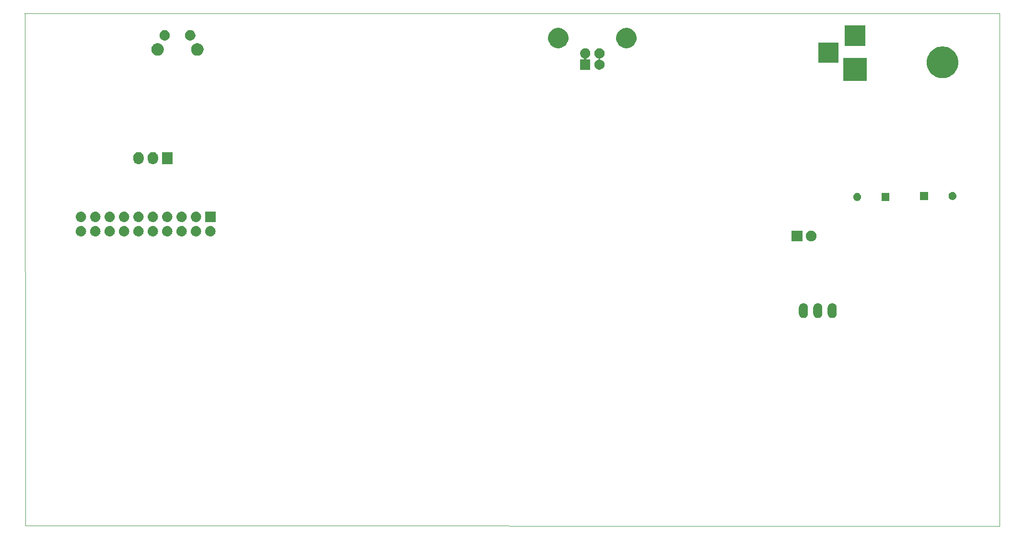
<source format=gbs>
G04 #@! TF.GenerationSoftware,KiCad,Pcbnew,5.1.2-f72e74a~84~ubuntu18.04.1*
G04 #@! TF.CreationDate,2019-08-15T14:59:57+02:00*
G04 #@! TF.ProjectId,bottom-board,626f7474-6f6d-42d6-926f-6172642e6b69,rev?*
G04 #@! TF.SameCoordinates,Original*
G04 #@! TF.FileFunction,Soldermask,Bot*
G04 #@! TF.FilePolarity,Negative*
%FSLAX46Y46*%
G04 Gerber Fmt 4.6, Leading zero omitted, Abs format (unit mm)*
G04 Created by KiCad (PCBNEW 5.1.2-f72e74a~84~ubuntu18.04.1) date 2019-08-15 14:59:57*
%MOMM*%
%LPD*%
G04 APERTURE LIST*
%ADD10C,0.100000*%
G04 APERTURE END LIST*
D10*
X232107540Y-19850520D02*
X232097540Y-110490520D01*
X59947540Y-19880520D02*
X232097540Y-19810520D01*
X60077540Y-110410520D02*
X59957540Y-19860520D01*
X232117540Y-110490520D02*
X60077540Y-110420520D01*
G36*
X202721939Y-71127304D02*
G01*
X202872847Y-71173082D01*
X202872850Y-71173083D01*
X202997652Y-71239791D01*
X203011925Y-71247420D01*
X203043679Y-71273480D01*
X203133828Y-71347462D01*
X203207810Y-71437611D01*
X203233870Y-71469365D01*
X203233871Y-71469367D01*
X203308207Y-71608440D01*
X203308208Y-71608443D01*
X203353986Y-71759351D01*
X203365570Y-71876966D01*
X203365570Y-72953834D01*
X203353986Y-73071449D01*
X203308208Y-73222356D01*
X203308207Y-73222360D01*
X203241499Y-73347162D01*
X203233870Y-73361435D01*
X203194779Y-73409067D01*
X203133828Y-73483337D01*
X203065399Y-73539494D01*
X203011924Y-73583380D01*
X203011922Y-73583381D01*
X202872849Y-73657717D01*
X202872846Y-73657718D01*
X202721938Y-73703496D01*
X202565000Y-73718953D01*
X202408061Y-73703496D01*
X202257153Y-73657718D01*
X202257150Y-73657717D01*
X202118077Y-73583381D01*
X202118075Y-73583380D01*
X202070443Y-73544289D01*
X201996173Y-73483338D01*
X201896131Y-73361435D01*
X201896130Y-73361434D01*
X201821794Y-73222360D01*
X201821793Y-73222359D01*
X201821792Y-73222356D01*
X201776014Y-73071448D01*
X201764430Y-72953833D01*
X201764431Y-71876966D01*
X201776015Y-71759351D01*
X201821793Y-71608443D01*
X201821794Y-71608440D01*
X201896130Y-71469367D01*
X201896131Y-71469365D01*
X201922191Y-71437611D01*
X201996173Y-71347462D01*
X202086322Y-71273480D01*
X202118076Y-71247420D01*
X202132349Y-71239791D01*
X202257151Y-71173083D01*
X202257154Y-71173082D01*
X202408062Y-71127304D01*
X202565000Y-71111847D01*
X202721939Y-71127304D01*
X202721939Y-71127304D01*
G37*
G36*
X197641939Y-71127304D02*
G01*
X197792847Y-71173082D01*
X197792850Y-71173083D01*
X197917652Y-71239791D01*
X197931925Y-71247420D01*
X197963679Y-71273480D01*
X198053828Y-71347462D01*
X198127810Y-71437611D01*
X198153870Y-71469365D01*
X198153871Y-71469367D01*
X198228207Y-71608440D01*
X198228208Y-71608443D01*
X198273986Y-71759351D01*
X198285570Y-71876966D01*
X198285570Y-72953834D01*
X198273986Y-73071449D01*
X198228208Y-73222356D01*
X198228207Y-73222360D01*
X198161499Y-73347162D01*
X198153870Y-73361435D01*
X198114779Y-73409067D01*
X198053828Y-73483337D01*
X197985399Y-73539494D01*
X197931924Y-73583380D01*
X197931922Y-73583381D01*
X197792849Y-73657717D01*
X197792846Y-73657718D01*
X197641938Y-73703496D01*
X197485000Y-73718953D01*
X197328061Y-73703496D01*
X197177153Y-73657718D01*
X197177150Y-73657717D01*
X197038077Y-73583381D01*
X197038075Y-73583380D01*
X196990443Y-73544289D01*
X196916173Y-73483338D01*
X196816131Y-73361435D01*
X196816130Y-73361434D01*
X196741794Y-73222360D01*
X196741793Y-73222359D01*
X196741792Y-73222356D01*
X196696014Y-73071448D01*
X196684430Y-72953833D01*
X196684431Y-71876966D01*
X196696015Y-71759351D01*
X196741793Y-71608443D01*
X196741794Y-71608440D01*
X196816130Y-71469367D01*
X196816131Y-71469365D01*
X196842191Y-71437611D01*
X196916173Y-71347462D01*
X197006322Y-71273480D01*
X197038076Y-71247420D01*
X197052349Y-71239791D01*
X197177151Y-71173083D01*
X197177154Y-71173082D01*
X197328062Y-71127304D01*
X197485000Y-71111847D01*
X197641939Y-71127304D01*
X197641939Y-71127304D01*
G37*
G36*
X200181939Y-71127304D02*
G01*
X200332847Y-71173082D01*
X200332850Y-71173083D01*
X200457652Y-71239791D01*
X200471925Y-71247420D01*
X200503679Y-71273480D01*
X200593828Y-71347462D01*
X200667810Y-71437611D01*
X200693870Y-71469365D01*
X200693871Y-71469367D01*
X200768207Y-71608440D01*
X200768208Y-71608443D01*
X200813986Y-71759351D01*
X200825570Y-71876966D01*
X200825570Y-72953834D01*
X200813986Y-73071449D01*
X200768208Y-73222356D01*
X200768207Y-73222360D01*
X200701499Y-73347162D01*
X200693870Y-73361435D01*
X200654779Y-73409067D01*
X200593828Y-73483337D01*
X200525399Y-73539494D01*
X200471924Y-73583380D01*
X200471922Y-73583381D01*
X200332849Y-73657717D01*
X200332846Y-73657718D01*
X200181938Y-73703496D01*
X200025000Y-73718953D01*
X199868061Y-73703496D01*
X199717153Y-73657718D01*
X199717150Y-73657717D01*
X199578077Y-73583381D01*
X199578075Y-73583380D01*
X199530443Y-73544289D01*
X199456173Y-73483338D01*
X199356131Y-73361435D01*
X199356130Y-73361434D01*
X199281794Y-73222360D01*
X199281793Y-73222359D01*
X199281792Y-73222356D01*
X199236014Y-73071448D01*
X199224430Y-72953833D01*
X199224431Y-71876966D01*
X199236015Y-71759351D01*
X199281793Y-71608443D01*
X199281794Y-71608440D01*
X199356130Y-71469367D01*
X199356131Y-71469365D01*
X199382191Y-71437611D01*
X199456173Y-71347462D01*
X199546322Y-71273480D01*
X199578076Y-71247420D01*
X199592349Y-71239791D01*
X199717151Y-71173083D01*
X199717154Y-71173082D01*
X199868062Y-71127304D01*
X200025000Y-71111847D01*
X200181939Y-71127304D01*
X200181939Y-71127304D01*
G37*
G36*
X199027336Y-58275654D02*
G01*
X199119105Y-58293908D01*
X199291994Y-58365521D01*
X199447590Y-58469487D01*
X199579913Y-58601810D01*
X199683879Y-58757406D01*
X199755492Y-58930295D01*
X199792000Y-59113833D01*
X199792000Y-59300967D01*
X199755492Y-59484505D01*
X199683879Y-59657394D01*
X199579913Y-59812990D01*
X199447590Y-59945313D01*
X199291994Y-60049279D01*
X199119105Y-60120892D01*
X199027336Y-60139146D01*
X198935568Y-60157400D01*
X198748432Y-60157400D01*
X198656664Y-60139146D01*
X198564895Y-60120892D01*
X198392006Y-60049279D01*
X198236410Y-59945313D01*
X198104087Y-59812990D01*
X198000121Y-59657394D01*
X197928508Y-59484505D01*
X197892000Y-59300967D01*
X197892000Y-59113833D01*
X197928508Y-58930295D01*
X198000121Y-58757406D01*
X198104087Y-58601810D01*
X198236410Y-58469487D01*
X198392006Y-58365521D01*
X198564895Y-58293908D01*
X198656664Y-58275654D01*
X198748432Y-58257400D01*
X198935568Y-58257400D01*
X199027336Y-58275654D01*
X199027336Y-58275654D01*
G37*
G36*
X197292000Y-60157400D02*
G01*
X195392000Y-60157400D01*
X195392000Y-58257400D01*
X197292000Y-58257400D01*
X197292000Y-60157400D01*
X197292000Y-60157400D01*
G37*
G36*
X80152707Y-57460829D02*
G01*
X80219817Y-57467439D01*
X80392031Y-57519680D01*
X80392034Y-57519681D01*
X80534456Y-57595807D01*
X80550745Y-57604514D01*
X80586983Y-57634254D01*
X80689859Y-57718681D01*
X80774286Y-57821557D01*
X80804026Y-57857795D01*
X80804027Y-57857797D01*
X80888859Y-58016506D01*
X80888860Y-58016509D01*
X80941101Y-58188723D01*
X80958740Y-58367820D01*
X80941101Y-58546917D01*
X80924449Y-58601810D01*
X80888859Y-58719134D01*
X80868402Y-58757406D01*
X80804026Y-58877845D01*
X80774286Y-58914083D01*
X80689859Y-59016959D01*
X80586983Y-59101386D01*
X80550745Y-59131126D01*
X80550743Y-59131127D01*
X80392034Y-59215959D01*
X80392031Y-59215960D01*
X80219817Y-59268201D01*
X80152707Y-59274811D01*
X80085600Y-59281420D01*
X79995840Y-59281420D01*
X79928733Y-59274811D01*
X79861623Y-59268201D01*
X79689409Y-59215960D01*
X79689406Y-59215959D01*
X79530697Y-59131127D01*
X79530695Y-59131126D01*
X79494457Y-59101386D01*
X79391581Y-59016959D01*
X79307154Y-58914083D01*
X79277414Y-58877845D01*
X79213038Y-58757406D01*
X79192581Y-58719134D01*
X79156991Y-58601810D01*
X79140339Y-58546917D01*
X79122700Y-58367820D01*
X79140339Y-58188723D01*
X79192580Y-58016509D01*
X79192581Y-58016506D01*
X79277413Y-57857797D01*
X79277414Y-57857795D01*
X79307154Y-57821557D01*
X79391581Y-57718681D01*
X79494457Y-57634254D01*
X79530695Y-57604514D01*
X79546984Y-57595807D01*
X79689406Y-57519681D01*
X79689409Y-57519680D01*
X79861623Y-57467439D01*
X79928733Y-57460829D01*
X79995840Y-57454220D01*
X80085600Y-57454220D01*
X80152707Y-57460829D01*
X80152707Y-57460829D01*
G37*
G36*
X69992707Y-57460829D02*
G01*
X70059817Y-57467439D01*
X70232031Y-57519680D01*
X70232034Y-57519681D01*
X70374456Y-57595807D01*
X70390745Y-57604514D01*
X70426983Y-57634254D01*
X70529859Y-57718681D01*
X70614286Y-57821557D01*
X70644026Y-57857795D01*
X70644027Y-57857797D01*
X70728859Y-58016506D01*
X70728860Y-58016509D01*
X70781101Y-58188723D01*
X70798740Y-58367820D01*
X70781101Y-58546917D01*
X70764449Y-58601810D01*
X70728859Y-58719134D01*
X70708402Y-58757406D01*
X70644026Y-58877845D01*
X70614286Y-58914083D01*
X70529859Y-59016959D01*
X70426983Y-59101386D01*
X70390745Y-59131126D01*
X70390743Y-59131127D01*
X70232034Y-59215959D01*
X70232031Y-59215960D01*
X70059817Y-59268201D01*
X69992707Y-59274811D01*
X69925600Y-59281420D01*
X69835840Y-59281420D01*
X69768733Y-59274811D01*
X69701623Y-59268201D01*
X69529409Y-59215960D01*
X69529406Y-59215959D01*
X69370697Y-59131127D01*
X69370695Y-59131126D01*
X69334457Y-59101386D01*
X69231581Y-59016959D01*
X69147154Y-58914083D01*
X69117414Y-58877845D01*
X69053038Y-58757406D01*
X69032581Y-58719134D01*
X68996991Y-58601810D01*
X68980339Y-58546917D01*
X68962700Y-58367820D01*
X68980339Y-58188723D01*
X69032580Y-58016509D01*
X69032581Y-58016506D01*
X69117413Y-57857797D01*
X69117414Y-57857795D01*
X69147154Y-57821557D01*
X69231581Y-57718681D01*
X69334457Y-57634254D01*
X69370695Y-57604514D01*
X69386984Y-57595807D01*
X69529406Y-57519681D01*
X69529409Y-57519680D01*
X69701623Y-57467439D01*
X69768733Y-57460829D01*
X69835840Y-57454220D01*
X69925600Y-57454220D01*
X69992707Y-57460829D01*
X69992707Y-57460829D01*
G37*
G36*
X72532707Y-57460829D02*
G01*
X72599817Y-57467439D01*
X72772031Y-57519680D01*
X72772034Y-57519681D01*
X72914456Y-57595807D01*
X72930745Y-57604514D01*
X72966983Y-57634254D01*
X73069859Y-57718681D01*
X73154286Y-57821557D01*
X73184026Y-57857795D01*
X73184027Y-57857797D01*
X73268859Y-58016506D01*
X73268860Y-58016509D01*
X73321101Y-58188723D01*
X73338740Y-58367820D01*
X73321101Y-58546917D01*
X73304449Y-58601810D01*
X73268859Y-58719134D01*
X73248402Y-58757406D01*
X73184026Y-58877845D01*
X73154286Y-58914083D01*
X73069859Y-59016959D01*
X72966983Y-59101386D01*
X72930745Y-59131126D01*
X72930743Y-59131127D01*
X72772034Y-59215959D01*
X72772031Y-59215960D01*
X72599817Y-59268201D01*
X72532707Y-59274811D01*
X72465600Y-59281420D01*
X72375840Y-59281420D01*
X72308733Y-59274811D01*
X72241623Y-59268201D01*
X72069409Y-59215960D01*
X72069406Y-59215959D01*
X71910697Y-59131127D01*
X71910695Y-59131126D01*
X71874457Y-59101386D01*
X71771581Y-59016959D01*
X71687154Y-58914083D01*
X71657414Y-58877845D01*
X71593038Y-58757406D01*
X71572581Y-58719134D01*
X71536991Y-58601810D01*
X71520339Y-58546917D01*
X71502700Y-58367820D01*
X71520339Y-58188723D01*
X71572580Y-58016509D01*
X71572581Y-58016506D01*
X71657413Y-57857797D01*
X71657414Y-57857795D01*
X71687154Y-57821557D01*
X71771581Y-57718681D01*
X71874457Y-57634254D01*
X71910695Y-57604514D01*
X71926984Y-57595807D01*
X72069406Y-57519681D01*
X72069409Y-57519680D01*
X72241623Y-57467439D01*
X72308733Y-57460829D01*
X72375840Y-57454220D01*
X72465600Y-57454220D01*
X72532707Y-57460829D01*
X72532707Y-57460829D01*
G37*
G36*
X75072707Y-57460829D02*
G01*
X75139817Y-57467439D01*
X75312031Y-57519680D01*
X75312034Y-57519681D01*
X75454456Y-57595807D01*
X75470745Y-57604514D01*
X75506983Y-57634254D01*
X75609859Y-57718681D01*
X75694286Y-57821557D01*
X75724026Y-57857795D01*
X75724027Y-57857797D01*
X75808859Y-58016506D01*
X75808860Y-58016509D01*
X75861101Y-58188723D01*
X75878740Y-58367820D01*
X75861101Y-58546917D01*
X75844449Y-58601810D01*
X75808859Y-58719134D01*
X75788402Y-58757406D01*
X75724026Y-58877845D01*
X75694286Y-58914083D01*
X75609859Y-59016959D01*
X75506983Y-59101386D01*
X75470745Y-59131126D01*
X75470743Y-59131127D01*
X75312034Y-59215959D01*
X75312031Y-59215960D01*
X75139817Y-59268201D01*
X75072707Y-59274811D01*
X75005600Y-59281420D01*
X74915840Y-59281420D01*
X74848733Y-59274811D01*
X74781623Y-59268201D01*
X74609409Y-59215960D01*
X74609406Y-59215959D01*
X74450697Y-59131127D01*
X74450695Y-59131126D01*
X74414457Y-59101386D01*
X74311581Y-59016959D01*
X74227154Y-58914083D01*
X74197414Y-58877845D01*
X74133038Y-58757406D01*
X74112581Y-58719134D01*
X74076991Y-58601810D01*
X74060339Y-58546917D01*
X74042700Y-58367820D01*
X74060339Y-58188723D01*
X74112580Y-58016509D01*
X74112581Y-58016506D01*
X74197413Y-57857797D01*
X74197414Y-57857795D01*
X74227154Y-57821557D01*
X74311581Y-57718681D01*
X74414457Y-57634254D01*
X74450695Y-57604514D01*
X74466984Y-57595807D01*
X74609406Y-57519681D01*
X74609409Y-57519680D01*
X74781623Y-57467439D01*
X74848733Y-57460829D01*
X74915840Y-57454220D01*
X75005600Y-57454220D01*
X75072707Y-57460829D01*
X75072707Y-57460829D01*
G37*
G36*
X77612707Y-57460829D02*
G01*
X77679817Y-57467439D01*
X77852031Y-57519680D01*
X77852034Y-57519681D01*
X77994456Y-57595807D01*
X78010745Y-57604514D01*
X78046983Y-57634254D01*
X78149859Y-57718681D01*
X78234286Y-57821557D01*
X78264026Y-57857795D01*
X78264027Y-57857797D01*
X78348859Y-58016506D01*
X78348860Y-58016509D01*
X78401101Y-58188723D01*
X78418740Y-58367820D01*
X78401101Y-58546917D01*
X78384449Y-58601810D01*
X78348859Y-58719134D01*
X78328402Y-58757406D01*
X78264026Y-58877845D01*
X78234286Y-58914083D01*
X78149859Y-59016959D01*
X78046983Y-59101386D01*
X78010745Y-59131126D01*
X78010743Y-59131127D01*
X77852034Y-59215959D01*
X77852031Y-59215960D01*
X77679817Y-59268201D01*
X77612707Y-59274811D01*
X77545600Y-59281420D01*
X77455840Y-59281420D01*
X77388733Y-59274811D01*
X77321623Y-59268201D01*
X77149409Y-59215960D01*
X77149406Y-59215959D01*
X76990697Y-59131127D01*
X76990695Y-59131126D01*
X76954457Y-59101386D01*
X76851581Y-59016959D01*
X76767154Y-58914083D01*
X76737414Y-58877845D01*
X76673038Y-58757406D01*
X76652581Y-58719134D01*
X76616991Y-58601810D01*
X76600339Y-58546917D01*
X76582700Y-58367820D01*
X76600339Y-58188723D01*
X76652580Y-58016509D01*
X76652581Y-58016506D01*
X76737413Y-57857797D01*
X76737414Y-57857795D01*
X76767154Y-57821557D01*
X76851581Y-57718681D01*
X76954457Y-57634254D01*
X76990695Y-57604514D01*
X77006984Y-57595807D01*
X77149406Y-57519681D01*
X77149409Y-57519680D01*
X77321623Y-57467439D01*
X77388733Y-57460829D01*
X77455840Y-57454220D01*
X77545600Y-57454220D01*
X77612707Y-57460829D01*
X77612707Y-57460829D01*
G37*
G36*
X85232707Y-57460829D02*
G01*
X85299817Y-57467439D01*
X85472031Y-57519680D01*
X85472034Y-57519681D01*
X85614456Y-57595807D01*
X85630745Y-57604514D01*
X85666983Y-57634254D01*
X85769859Y-57718681D01*
X85854286Y-57821557D01*
X85884026Y-57857795D01*
X85884027Y-57857797D01*
X85968859Y-58016506D01*
X85968860Y-58016509D01*
X86021101Y-58188723D01*
X86038740Y-58367820D01*
X86021101Y-58546917D01*
X86004449Y-58601810D01*
X85968859Y-58719134D01*
X85948402Y-58757406D01*
X85884026Y-58877845D01*
X85854286Y-58914083D01*
X85769859Y-59016959D01*
X85666983Y-59101386D01*
X85630745Y-59131126D01*
X85630743Y-59131127D01*
X85472034Y-59215959D01*
X85472031Y-59215960D01*
X85299817Y-59268201D01*
X85232707Y-59274811D01*
X85165600Y-59281420D01*
X85075840Y-59281420D01*
X85008733Y-59274811D01*
X84941623Y-59268201D01*
X84769409Y-59215960D01*
X84769406Y-59215959D01*
X84610697Y-59131127D01*
X84610695Y-59131126D01*
X84574457Y-59101386D01*
X84471581Y-59016959D01*
X84387154Y-58914083D01*
X84357414Y-58877845D01*
X84293038Y-58757406D01*
X84272581Y-58719134D01*
X84236991Y-58601810D01*
X84220339Y-58546917D01*
X84202700Y-58367820D01*
X84220339Y-58188723D01*
X84272580Y-58016509D01*
X84272581Y-58016506D01*
X84357413Y-57857797D01*
X84357414Y-57857795D01*
X84387154Y-57821557D01*
X84471581Y-57718681D01*
X84574457Y-57634254D01*
X84610695Y-57604514D01*
X84626984Y-57595807D01*
X84769406Y-57519681D01*
X84769409Y-57519680D01*
X84941623Y-57467439D01*
X85008733Y-57460829D01*
X85075840Y-57454220D01*
X85165600Y-57454220D01*
X85232707Y-57460829D01*
X85232707Y-57460829D01*
G37*
G36*
X87772707Y-57460829D02*
G01*
X87839817Y-57467439D01*
X88012031Y-57519680D01*
X88012034Y-57519681D01*
X88154456Y-57595807D01*
X88170745Y-57604514D01*
X88206983Y-57634254D01*
X88309859Y-57718681D01*
X88394286Y-57821557D01*
X88424026Y-57857795D01*
X88424027Y-57857797D01*
X88508859Y-58016506D01*
X88508860Y-58016509D01*
X88561101Y-58188723D01*
X88578740Y-58367820D01*
X88561101Y-58546917D01*
X88544449Y-58601810D01*
X88508859Y-58719134D01*
X88488402Y-58757406D01*
X88424026Y-58877845D01*
X88394286Y-58914083D01*
X88309859Y-59016959D01*
X88206983Y-59101386D01*
X88170745Y-59131126D01*
X88170743Y-59131127D01*
X88012034Y-59215959D01*
X88012031Y-59215960D01*
X87839817Y-59268201D01*
X87772707Y-59274811D01*
X87705600Y-59281420D01*
X87615840Y-59281420D01*
X87548733Y-59274811D01*
X87481623Y-59268201D01*
X87309409Y-59215960D01*
X87309406Y-59215959D01*
X87150697Y-59131127D01*
X87150695Y-59131126D01*
X87114457Y-59101386D01*
X87011581Y-59016959D01*
X86927154Y-58914083D01*
X86897414Y-58877845D01*
X86833038Y-58757406D01*
X86812581Y-58719134D01*
X86776991Y-58601810D01*
X86760339Y-58546917D01*
X86742700Y-58367820D01*
X86760339Y-58188723D01*
X86812580Y-58016509D01*
X86812581Y-58016506D01*
X86897413Y-57857797D01*
X86897414Y-57857795D01*
X86927154Y-57821557D01*
X87011581Y-57718681D01*
X87114457Y-57634254D01*
X87150695Y-57604514D01*
X87166984Y-57595807D01*
X87309406Y-57519681D01*
X87309409Y-57519680D01*
X87481623Y-57467439D01*
X87548733Y-57460829D01*
X87615840Y-57454220D01*
X87705600Y-57454220D01*
X87772707Y-57460829D01*
X87772707Y-57460829D01*
G37*
G36*
X90312707Y-57460829D02*
G01*
X90379817Y-57467439D01*
X90552031Y-57519680D01*
X90552034Y-57519681D01*
X90694456Y-57595807D01*
X90710745Y-57604514D01*
X90746983Y-57634254D01*
X90849859Y-57718681D01*
X90934286Y-57821557D01*
X90964026Y-57857795D01*
X90964027Y-57857797D01*
X91048859Y-58016506D01*
X91048860Y-58016509D01*
X91101101Y-58188723D01*
X91118740Y-58367820D01*
X91101101Y-58546917D01*
X91084449Y-58601810D01*
X91048859Y-58719134D01*
X91028402Y-58757406D01*
X90964026Y-58877845D01*
X90934286Y-58914083D01*
X90849859Y-59016959D01*
X90746983Y-59101386D01*
X90710745Y-59131126D01*
X90710743Y-59131127D01*
X90552034Y-59215959D01*
X90552031Y-59215960D01*
X90379817Y-59268201D01*
X90312707Y-59274811D01*
X90245600Y-59281420D01*
X90155840Y-59281420D01*
X90088733Y-59274811D01*
X90021623Y-59268201D01*
X89849409Y-59215960D01*
X89849406Y-59215959D01*
X89690697Y-59131127D01*
X89690695Y-59131126D01*
X89654457Y-59101386D01*
X89551581Y-59016959D01*
X89467154Y-58914083D01*
X89437414Y-58877845D01*
X89373038Y-58757406D01*
X89352581Y-58719134D01*
X89316991Y-58601810D01*
X89300339Y-58546917D01*
X89282700Y-58367820D01*
X89300339Y-58188723D01*
X89352580Y-58016509D01*
X89352581Y-58016506D01*
X89437413Y-57857797D01*
X89437414Y-57857795D01*
X89467154Y-57821557D01*
X89551581Y-57718681D01*
X89654457Y-57634254D01*
X89690695Y-57604514D01*
X89706984Y-57595807D01*
X89849406Y-57519681D01*
X89849409Y-57519680D01*
X90021623Y-57467439D01*
X90088733Y-57460829D01*
X90155840Y-57454220D01*
X90245600Y-57454220D01*
X90312707Y-57460829D01*
X90312707Y-57460829D01*
G37*
G36*
X92852707Y-57460829D02*
G01*
X92919817Y-57467439D01*
X93092031Y-57519680D01*
X93092034Y-57519681D01*
X93234456Y-57595807D01*
X93250745Y-57604514D01*
X93286983Y-57634254D01*
X93389859Y-57718681D01*
X93474286Y-57821557D01*
X93504026Y-57857795D01*
X93504027Y-57857797D01*
X93588859Y-58016506D01*
X93588860Y-58016509D01*
X93641101Y-58188723D01*
X93658740Y-58367820D01*
X93641101Y-58546917D01*
X93624449Y-58601810D01*
X93588859Y-58719134D01*
X93568402Y-58757406D01*
X93504026Y-58877845D01*
X93474286Y-58914083D01*
X93389859Y-59016959D01*
X93286983Y-59101386D01*
X93250745Y-59131126D01*
X93250743Y-59131127D01*
X93092034Y-59215959D01*
X93092031Y-59215960D01*
X92919817Y-59268201D01*
X92852707Y-59274811D01*
X92785600Y-59281420D01*
X92695840Y-59281420D01*
X92628733Y-59274811D01*
X92561623Y-59268201D01*
X92389409Y-59215960D01*
X92389406Y-59215959D01*
X92230697Y-59131127D01*
X92230695Y-59131126D01*
X92194457Y-59101386D01*
X92091581Y-59016959D01*
X92007154Y-58914083D01*
X91977414Y-58877845D01*
X91913038Y-58757406D01*
X91892581Y-58719134D01*
X91856991Y-58601810D01*
X91840339Y-58546917D01*
X91822700Y-58367820D01*
X91840339Y-58188723D01*
X91892580Y-58016509D01*
X91892581Y-58016506D01*
X91977413Y-57857797D01*
X91977414Y-57857795D01*
X92007154Y-57821557D01*
X92091581Y-57718681D01*
X92194457Y-57634254D01*
X92230695Y-57604514D01*
X92246984Y-57595807D01*
X92389406Y-57519681D01*
X92389409Y-57519680D01*
X92561623Y-57467439D01*
X92628733Y-57460829D01*
X92695840Y-57454220D01*
X92785600Y-57454220D01*
X92852707Y-57460829D01*
X92852707Y-57460829D01*
G37*
G36*
X82692707Y-57460829D02*
G01*
X82759817Y-57467439D01*
X82932031Y-57519680D01*
X82932034Y-57519681D01*
X83074456Y-57595807D01*
X83090745Y-57604514D01*
X83126983Y-57634254D01*
X83229859Y-57718681D01*
X83314286Y-57821557D01*
X83344026Y-57857795D01*
X83344027Y-57857797D01*
X83428859Y-58016506D01*
X83428860Y-58016509D01*
X83481101Y-58188723D01*
X83498740Y-58367820D01*
X83481101Y-58546917D01*
X83464449Y-58601810D01*
X83428859Y-58719134D01*
X83408402Y-58757406D01*
X83344026Y-58877845D01*
X83314286Y-58914083D01*
X83229859Y-59016959D01*
X83126983Y-59101386D01*
X83090745Y-59131126D01*
X83090743Y-59131127D01*
X82932034Y-59215959D01*
X82932031Y-59215960D01*
X82759817Y-59268201D01*
X82692707Y-59274811D01*
X82625600Y-59281420D01*
X82535840Y-59281420D01*
X82468733Y-59274811D01*
X82401623Y-59268201D01*
X82229409Y-59215960D01*
X82229406Y-59215959D01*
X82070697Y-59131127D01*
X82070695Y-59131126D01*
X82034457Y-59101386D01*
X81931581Y-59016959D01*
X81847154Y-58914083D01*
X81817414Y-58877845D01*
X81753038Y-58757406D01*
X81732581Y-58719134D01*
X81696991Y-58601810D01*
X81680339Y-58546917D01*
X81662700Y-58367820D01*
X81680339Y-58188723D01*
X81732580Y-58016509D01*
X81732581Y-58016506D01*
X81817413Y-57857797D01*
X81817414Y-57857795D01*
X81847154Y-57821557D01*
X81931581Y-57718681D01*
X82034457Y-57634254D01*
X82070695Y-57604514D01*
X82086984Y-57595807D01*
X82229406Y-57519681D01*
X82229409Y-57519680D01*
X82401623Y-57467439D01*
X82468733Y-57460829D01*
X82535840Y-57454220D01*
X82625600Y-57454220D01*
X82692707Y-57460829D01*
X82692707Y-57460829D01*
G37*
G36*
X69992707Y-54920829D02*
G01*
X70059817Y-54927439D01*
X70232031Y-54979680D01*
X70232034Y-54979681D01*
X70374456Y-55055807D01*
X70390745Y-55064514D01*
X70426983Y-55094254D01*
X70529859Y-55178681D01*
X70614286Y-55281557D01*
X70644026Y-55317795D01*
X70644027Y-55317797D01*
X70728859Y-55476506D01*
X70728860Y-55476509D01*
X70781101Y-55648723D01*
X70798740Y-55827820D01*
X70781101Y-56006917D01*
X70728860Y-56179131D01*
X70728859Y-56179134D01*
X70652733Y-56321556D01*
X70644026Y-56337845D01*
X70614286Y-56374083D01*
X70529859Y-56476959D01*
X70426983Y-56561386D01*
X70390745Y-56591126D01*
X70390743Y-56591127D01*
X70232034Y-56675959D01*
X70232031Y-56675960D01*
X70059817Y-56728201D01*
X69992707Y-56734811D01*
X69925600Y-56741420D01*
X69835840Y-56741420D01*
X69768733Y-56734811D01*
X69701623Y-56728201D01*
X69529409Y-56675960D01*
X69529406Y-56675959D01*
X69370697Y-56591127D01*
X69370695Y-56591126D01*
X69334457Y-56561386D01*
X69231581Y-56476959D01*
X69147154Y-56374083D01*
X69117414Y-56337845D01*
X69108707Y-56321556D01*
X69032581Y-56179134D01*
X69032580Y-56179131D01*
X68980339Y-56006917D01*
X68962700Y-55827820D01*
X68980339Y-55648723D01*
X69032580Y-55476509D01*
X69032581Y-55476506D01*
X69117413Y-55317797D01*
X69117414Y-55317795D01*
X69147154Y-55281557D01*
X69231581Y-55178681D01*
X69334457Y-55094254D01*
X69370695Y-55064514D01*
X69386984Y-55055807D01*
X69529406Y-54979681D01*
X69529409Y-54979680D01*
X69701623Y-54927439D01*
X69768733Y-54920829D01*
X69835840Y-54914220D01*
X69925600Y-54914220D01*
X69992707Y-54920829D01*
X69992707Y-54920829D01*
G37*
G36*
X72532707Y-54920829D02*
G01*
X72599817Y-54927439D01*
X72772031Y-54979680D01*
X72772034Y-54979681D01*
X72914456Y-55055807D01*
X72930745Y-55064514D01*
X72966983Y-55094254D01*
X73069859Y-55178681D01*
X73154286Y-55281557D01*
X73184026Y-55317795D01*
X73184027Y-55317797D01*
X73268859Y-55476506D01*
X73268860Y-55476509D01*
X73321101Y-55648723D01*
X73338740Y-55827820D01*
X73321101Y-56006917D01*
X73268860Y-56179131D01*
X73268859Y-56179134D01*
X73192733Y-56321556D01*
X73184026Y-56337845D01*
X73154286Y-56374083D01*
X73069859Y-56476959D01*
X72966983Y-56561386D01*
X72930745Y-56591126D01*
X72930743Y-56591127D01*
X72772034Y-56675959D01*
X72772031Y-56675960D01*
X72599817Y-56728201D01*
X72532707Y-56734811D01*
X72465600Y-56741420D01*
X72375840Y-56741420D01*
X72308733Y-56734811D01*
X72241623Y-56728201D01*
X72069409Y-56675960D01*
X72069406Y-56675959D01*
X71910697Y-56591127D01*
X71910695Y-56591126D01*
X71874457Y-56561386D01*
X71771581Y-56476959D01*
X71687154Y-56374083D01*
X71657414Y-56337845D01*
X71648707Y-56321556D01*
X71572581Y-56179134D01*
X71572580Y-56179131D01*
X71520339Y-56006917D01*
X71502700Y-55827820D01*
X71520339Y-55648723D01*
X71572580Y-55476509D01*
X71572581Y-55476506D01*
X71657413Y-55317797D01*
X71657414Y-55317795D01*
X71687154Y-55281557D01*
X71771581Y-55178681D01*
X71874457Y-55094254D01*
X71910695Y-55064514D01*
X71926984Y-55055807D01*
X72069406Y-54979681D01*
X72069409Y-54979680D01*
X72241623Y-54927439D01*
X72308733Y-54920829D01*
X72375840Y-54914220D01*
X72465600Y-54914220D01*
X72532707Y-54920829D01*
X72532707Y-54920829D01*
G37*
G36*
X75072707Y-54920829D02*
G01*
X75139817Y-54927439D01*
X75312031Y-54979680D01*
X75312034Y-54979681D01*
X75454456Y-55055807D01*
X75470745Y-55064514D01*
X75506983Y-55094254D01*
X75609859Y-55178681D01*
X75694286Y-55281557D01*
X75724026Y-55317795D01*
X75724027Y-55317797D01*
X75808859Y-55476506D01*
X75808860Y-55476509D01*
X75861101Y-55648723D01*
X75878740Y-55827820D01*
X75861101Y-56006917D01*
X75808860Y-56179131D01*
X75808859Y-56179134D01*
X75732733Y-56321556D01*
X75724026Y-56337845D01*
X75694286Y-56374083D01*
X75609859Y-56476959D01*
X75506983Y-56561386D01*
X75470745Y-56591126D01*
X75470743Y-56591127D01*
X75312034Y-56675959D01*
X75312031Y-56675960D01*
X75139817Y-56728201D01*
X75072707Y-56734811D01*
X75005600Y-56741420D01*
X74915840Y-56741420D01*
X74848733Y-56734811D01*
X74781623Y-56728201D01*
X74609409Y-56675960D01*
X74609406Y-56675959D01*
X74450697Y-56591127D01*
X74450695Y-56591126D01*
X74414457Y-56561386D01*
X74311581Y-56476959D01*
X74227154Y-56374083D01*
X74197414Y-56337845D01*
X74188707Y-56321556D01*
X74112581Y-56179134D01*
X74112580Y-56179131D01*
X74060339Y-56006917D01*
X74042700Y-55827820D01*
X74060339Y-55648723D01*
X74112580Y-55476509D01*
X74112581Y-55476506D01*
X74197413Y-55317797D01*
X74197414Y-55317795D01*
X74227154Y-55281557D01*
X74311581Y-55178681D01*
X74414457Y-55094254D01*
X74450695Y-55064514D01*
X74466984Y-55055807D01*
X74609406Y-54979681D01*
X74609409Y-54979680D01*
X74781623Y-54927439D01*
X74848733Y-54920829D01*
X74915840Y-54914220D01*
X75005600Y-54914220D01*
X75072707Y-54920829D01*
X75072707Y-54920829D01*
G37*
G36*
X80152707Y-54920829D02*
G01*
X80219817Y-54927439D01*
X80392031Y-54979680D01*
X80392034Y-54979681D01*
X80534456Y-55055807D01*
X80550745Y-55064514D01*
X80586983Y-55094254D01*
X80689859Y-55178681D01*
X80774286Y-55281557D01*
X80804026Y-55317795D01*
X80804027Y-55317797D01*
X80888859Y-55476506D01*
X80888860Y-55476509D01*
X80941101Y-55648723D01*
X80958740Y-55827820D01*
X80941101Y-56006917D01*
X80888860Y-56179131D01*
X80888859Y-56179134D01*
X80812733Y-56321556D01*
X80804026Y-56337845D01*
X80774286Y-56374083D01*
X80689859Y-56476959D01*
X80586983Y-56561386D01*
X80550745Y-56591126D01*
X80550743Y-56591127D01*
X80392034Y-56675959D01*
X80392031Y-56675960D01*
X80219817Y-56728201D01*
X80152707Y-56734811D01*
X80085600Y-56741420D01*
X79995840Y-56741420D01*
X79928733Y-56734811D01*
X79861623Y-56728201D01*
X79689409Y-56675960D01*
X79689406Y-56675959D01*
X79530697Y-56591127D01*
X79530695Y-56591126D01*
X79494457Y-56561386D01*
X79391581Y-56476959D01*
X79307154Y-56374083D01*
X79277414Y-56337845D01*
X79268707Y-56321556D01*
X79192581Y-56179134D01*
X79192580Y-56179131D01*
X79140339Y-56006917D01*
X79122700Y-55827820D01*
X79140339Y-55648723D01*
X79192580Y-55476509D01*
X79192581Y-55476506D01*
X79277413Y-55317797D01*
X79277414Y-55317795D01*
X79307154Y-55281557D01*
X79391581Y-55178681D01*
X79494457Y-55094254D01*
X79530695Y-55064514D01*
X79546984Y-55055807D01*
X79689406Y-54979681D01*
X79689409Y-54979680D01*
X79861623Y-54927439D01*
X79928733Y-54920829D01*
X79995840Y-54914220D01*
X80085600Y-54914220D01*
X80152707Y-54920829D01*
X80152707Y-54920829D01*
G37*
G36*
X82692707Y-54920829D02*
G01*
X82759817Y-54927439D01*
X82932031Y-54979680D01*
X82932034Y-54979681D01*
X83074456Y-55055807D01*
X83090745Y-55064514D01*
X83126983Y-55094254D01*
X83229859Y-55178681D01*
X83314286Y-55281557D01*
X83344026Y-55317795D01*
X83344027Y-55317797D01*
X83428859Y-55476506D01*
X83428860Y-55476509D01*
X83481101Y-55648723D01*
X83498740Y-55827820D01*
X83481101Y-56006917D01*
X83428860Y-56179131D01*
X83428859Y-56179134D01*
X83352733Y-56321556D01*
X83344026Y-56337845D01*
X83314286Y-56374083D01*
X83229859Y-56476959D01*
X83126983Y-56561386D01*
X83090745Y-56591126D01*
X83090743Y-56591127D01*
X82932034Y-56675959D01*
X82932031Y-56675960D01*
X82759817Y-56728201D01*
X82692707Y-56734811D01*
X82625600Y-56741420D01*
X82535840Y-56741420D01*
X82468733Y-56734811D01*
X82401623Y-56728201D01*
X82229409Y-56675960D01*
X82229406Y-56675959D01*
X82070697Y-56591127D01*
X82070695Y-56591126D01*
X82034457Y-56561386D01*
X81931581Y-56476959D01*
X81847154Y-56374083D01*
X81817414Y-56337845D01*
X81808707Y-56321556D01*
X81732581Y-56179134D01*
X81732580Y-56179131D01*
X81680339Y-56006917D01*
X81662700Y-55827820D01*
X81680339Y-55648723D01*
X81732580Y-55476509D01*
X81732581Y-55476506D01*
X81817413Y-55317797D01*
X81817414Y-55317795D01*
X81847154Y-55281557D01*
X81931581Y-55178681D01*
X82034457Y-55094254D01*
X82070695Y-55064514D01*
X82086984Y-55055807D01*
X82229406Y-54979681D01*
X82229409Y-54979680D01*
X82401623Y-54927439D01*
X82468733Y-54920829D01*
X82535840Y-54914220D01*
X82625600Y-54914220D01*
X82692707Y-54920829D01*
X82692707Y-54920829D01*
G37*
G36*
X87772707Y-54920829D02*
G01*
X87839817Y-54927439D01*
X88012031Y-54979680D01*
X88012034Y-54979681D01*
X88154456Y-55055807D01*
X88170745Y-55064514D01*
X88206983Y-55094254D01*
X88309859Y-55178681D01*
X88394286Y-55281557D01*
X88424026Y-55317795D01*
X88424027Y-55317797D01*
X88508859Y-55476506D01*
X88508860Y-55476509D01*
X88561101Y-55648723D01*
X88578740Y-55827820D01*
X88561101Y-56006917D01*
X88508860Y-56179131D01*
X88508859Y-56179134D01*
X88432733Y-56321556D01*
X88424026Y-56337845D01*
X88394286Y-56374083D01*
X88309859Y-56476959D01*
X88206983Y-56561386D01*
X88170745Y-56591126D01*
X88170743Y-56591127D01*
X88012034Y-56675959D01*
X88012031Y-56675960D01*
X87839817Y-56728201D01*
X87772707Y-56734811D01*
X87705600Y-56741420D01*
X87615840Y-56741420D01*
X87548733Y-56734811D01*
X87481623Y-56728201D01*
X87309409Y-56675960D01*
X87309406Y-56675959D01*
X87150697Y-56591127D01*
X87150695Y-56591126D01*
X87114457Y-56561386D01*
X87011581Y-56476959D01*
X86927154Y-56374083D01*
X86897414Y-56337845D01*
X86888707Y-56321556D01*
X86812581Y-56179134D01*
X86812580Y-56179131D01*
X86760339Y-56006917D01*
X86742700Y-55827820D01*
X86760339Y-55648723D01*
X86812580Y-55476509D01*
X86812581Y-55476506D01*
X86897413Y-55317797D01*
X86897414Y-55317795D01*
X86927154Y-55281557D01*
X87011581Y-55178681D01*
X87114457Y-55094254D01*
X87150695Y-55064514D01*
X87166984Y-55055807D01*
X87309406Y-54979681D01*
X87309409Y-54979680D01*
X87481623Y-54927439D01*
X87548733Y-54920829D01*
X87615840Y-54914220D01*
X87705600Y-54914220D01*
X87772707Y-54920829D01*
X87772707Y-54920829D01*
G37*
G36*
X90312707Y-54920829D02*
G01*
X90379817Y-54927439D01*
X90552031Y-54979680D01*
X90552034Y-54979681D01*
X90694456Y-55055807D01*
X90710745Y-55064514D01*
X90746983Y-55094254D01*
X90849859Y-55178681D01*
X90934286Y-55281557D01*
X90964026Y-55317795D01*
X90964027Y-55317797D01*
X91048859Y-55476506D01*
X91048860Y-55476509D01*
X91101101Y-55648723D01*
X91118740Y-55827820D01*
X91101101Y-56006917D01*
X91048860Y-56179131D01*
X91048859Y-56179134D01*
X90972733Y-56321556D01*
X90964026Y-56337845D01*
X90934286Y-56374083D01*
X90849859Y-56476959D01*
X90746983Y-56561386D01*
X90710745Y-56591126D01*
X90710743Y-56591127D01*
X90552034Y-56675959D01*
X90552031Y-56675960D01*
X90379817Y-56728201D01*
X90312707Y-56734811D01*
X90245600Y-56741420D01*
X90155840Y-56741420D01*
X90088733Y-56734811D01*
X90021623Y-56728201D01*
X89849409Y-56675960D01*
X89849406Y-56675959D01*
X89690697Y-56591127D01*
X89690695Y-56591126D01*
X89654457Y-56561386D01*
X89551581Y-56476959D01*
X89467154Y-56374083D01*
X89437414Y-56337845D01*
X89428707Y-56321556D01*
X89352581Y-56179134D01*
X89352580Y-56179131D01*
X89300339Y-56006917D01*
X89282700Y-55827820D01*
X89300339Y-55648723D01*
X89352580Y-55476509D01*
X89352581Y-55476506D01*
X89437413Y-55317797D01*
X89437414Y-55317795D01*
X89467154Y-55281557D01*
X89551581Y-55178681D01*
X89654457Y-55094254D01*
X89690695Y-55064514D01*
X89706984Y-55055807D01*
X89849406Y-54979681D01*
X89849409Y-54979680D01*
X90021623Y-54927439D01*
X90088733Y-54920829D01*
X90155840Y-54914220D01*
X90245600Y-54914220D01*
X90312707Y-54920829D01*
X90312707Y-54920829D01*
G37*
G36*
X93654320Y-56741420D02*
G01*
X91827120Y-56741420D01*
X91827120Y-54914220D01*
X93654320Y-54914220D01*
X93654320Y-56741420D01*
X93654320Y-56741420D01*
G37*
G36*
X77612707Y-54920829D02*
G01*
X77679817Y-54927439D01*
X77852031Y-54979680D01*
X77852034Y-54979681D01*
X77994456Y-55055807D01*
X78010745Y-55064514D01*
X78046983Y-55094254D01*
X78149859Y-55178681D01*
X78234286Y-55281557D01*
X78264026Y-55317795D01*
X78264027Y-55317797D01*
X78348859Y-55476506D01*
X78348860Y-55476509D01*
X78401101Y-55648723D01*
X78418740Y-55827820D01*
X78401101Y-56006917D01*
X78348860Y-56179131D01*
X78348859Y-56179134D01*
X78272733Y-56321556D01*
X78264026Y-56337845D01*
X78234286Y-56374083D01*
X78149859Y-56476959D01*
X78046983Y-56561386D01*
X78010745Y-56591126D01*
X78010743Y-56591127D01*
X77852034Y-56675959D01*
X77852031Y-56675960D01*
X77679817Y-56728201D01*
X77612707Y-56734811D01*
X77545600Y-56741420D01*
X77455840Y-56741420D01*
X77388733Y-56734811D01*
X77321623Y-56728201D01*
X77149409Y-56675960D01*
X77149406Y-56675959D01*
X76990697Y-56591127D01*
X76990695Y-56591126D01*
X76954457Y-56561386D01*
X76851581Y-56476959D01*
X76767154Y-56374083D01*
X76737414Y-56337845D01*
X76728707Y-56321556D01*
X76652581Y-56179134D01*
X76652580Y-56179131D01*
X76600339Y-56006917D01*
X76582700Y-55827820D01*
X76600339Y-55648723D01*
X76652580Y-55476509D01*
X76652581Y-55476506D01*
X76737413Y-55317797D01*
X76737414Y-55317795D01*
X76767154Y-55281557D01*
X76851581Y-55178681D01*
X76954457Y-55094254D01*
X76990695Y-55064514D01*
X77006984Y-55055807D01*
X77149406Y-54979681D01*
X77149409Y-54979680D01*
X77321623Y-54927439D01*
X77388733Y-54920829D01*
X77455840Y-54914220D01*
X77545600Y-54914220D01*
X77612707Y-54920829D01*
X77612707Y-54920829D01*
G37*
G36*
X85232707Y-54920829D02*
G01*
X85299817Y-54927439D01*
X85472031Y-54979680D01*
X85472034Y-54979681D01*
X85614456Y-55055807D01*
X85630745Y-55064514D01*
X85666983Y-55094254D01*
X85769859Y-55178681D01*
X85854286Y-55281557D01*
X85884026Y-55317795D01*
X85884027Y-55317797D01*
X85968859Y-55476506D01*
X85968860Y-55476509D01*
X86021101Y-55648723D01*
X86038740Y-55827820D01*
X86021101Y-56006917D01*
X85968860Y-56179131D01*
X85968859Y-56179134D01*
X85892733Y-56321556D01*
X85884026Y-56337845D01*
X85854286Y-56374083D01*
X85769859Y-56476959D01*
X85666983Y-56561386D01*
X85630745Y-56591126D01*
X85630743Y-56591127D01*
X85472034Y-56675959D01*
X85472031Y-56675960D01*
X85299817Y-56728201D01*
X85232707Y-56734811D01*
X85165600Y-56741420D01*
X85075840Y-56741420D01*
X85008733Y-56734811D01*
X84941623Y-56728201D01*
X84769409Y-56675960D01*
X84769406Y-56675959D01*
X84610697Y-56591127D01*
X84610695Y-56591126D01*
X84574457Y-56561386D01*
X84471581Y-56476959D01*
X84387154Y-56374083D01*
X84357414Y-56337845D01*
X84348707Y-56321556D01*
X84272581Y-56179134D01*
X84272580Y-56179131D01*
X84220339Y-56006917D01*
X84202700Y-55827820D01*
X84220339Y-55648723D01*
X84272580Y-55476509D01*
X84272581Y-55476506D01*
X84357413Y-55317797D01*
X84357414Y-55317795D01*
X84387154Y-55281557D01*
X84471581Y-55178681D01*
X84574457Y-55094254D01*
X84610695Y-55064514D01*
X84626984Y-55055807D01*
X84769406Y-54979681D01*
X84769409Y-54979680D01*
X84941623Y-54927439D01*
X85008733Y-54920829D01*
X85075840Y-54914220D01*
X85165600Y-54914220D01*
X85232707Y-54920829D01*
X85232707Y-54920829D01*
G37*
G36*
X207181722Y-51627420D02*
G01*
X207309113Y-51680187D01*
X207366050Y-51718231D01*
X207423764Y-51756794D01*
X207521266Y-51854296D01*
X207521267Y-51854298D01*
X207597873Y-51968947D01*
X207650640Y-52096338D01*
X207677540Y-52231575D01*
X207677540Y-52369465D01*
X207650640Y-52504702D01*
X207597873Y-52632093D01*
X207597872Y-52632094D01*
X207521266Y-52746744D01*
X207423764Y-52844246D01*
X207366050Y-52882809D01*
X207309113Y-52920853D01*
X207181722Y-52973620D01*
X207046485Y-53000520D01*
X206908595Y-53000520D01*
X206773358Y-52973620D01*
X206645967Y-52920853D01*
X206589030Y-52882809D01*
X206531316Y-52844246D01*
X206433814Y-52746744D01*
X206357208Y-52632094D01*
X206357207Y-52632093D01*
X206304440Y-52504702D01*
X206277540Y-52369465D01*
X206277540Y-52231575D01*
X206304440Y-52096338D01*
X206357207Y-51968947D01*
X206433813Y-51854298D01*
X206433814Y-51854296D01*
X206531316Y-51756794D01*
X206589030Y-51718231D01*
X206645967Y-51680187D01*
X206773358Y-51627420D01*
X206908595Y-51600520D01*
X207046485Y-51600520D01*
X207181722Y-51627420D01*
X207181722Y-51627420D01*
G37*
G36*
X212677540Y-53000520D02*
G01*
X211277540Y-53000520D01*
X211277540Y-51600520D01*
X212677540Y-51600520D01*
X212677540Y-53000520D01*
X212677540Y-53000520D01*
G37*
G36*
X224011722Y-51467420D02*
G01*
X224139113Y-51520187D01*
X224139114Y-51520188D01*
X224253764Y-51596794D01*
X224351266Y-51694296D01*
X224351267Y-51694298D01*
X224427873Y-51808947D01*
X224480640Y-51936338D01*
X224507540Y-52071575D01*
X224507540Y-52209465D01*
X224480640Y-52344702D01*
X224427873Y-52472093D01*
X224427872Y-52472094D01*
X224351266Y-52586744D01*
X224253764Y-52684246D01*
X224196050Y-52722809D01*
X224139113Y-52760853D01*
X224011722Y-52813620D01*
X223876485Y-52840520D01*
X223738595Y-52840520D01*
X223603358Y-52813620D01*
X223475967Y-52760853D01*
X223419030Y-52722809D01*
X223361316Y-52684246D01*
X223263814Y-52586744D01*
X223187208Y-52472094D01*
X223187207Y-52472093D01*
X223134440Y-52344702D01*
X223107540Y-52209465D01*
X223107540Y-52071575D01*
X223134440Y-51936338D01*
X223187207Y-51808947D01*
X223263813Y-51694298D01*
X223263814Y-51694296D01*
X223361316Y-51596794D01*
X223475966Y-51520188D01*
X223475967Y-51520187D01*
X223603358Y-51467420D01*
X223738595Y-51440520D01*
X223876485Y-51440520D01*
X224011722Y-51467420D01*
X224011722Y-51467420D01*
G37*
G36*
X219507540Y-52840520D02*
G01*
X218107540Y-52840520D01*
X218107540Y-51440520D01*
X219507540Y-51440520D01*
X219507540Y-52840520D01*
X219507540Y-52840520D01*
G37*
G36*
X82754496Y-44387819D02*
G01*
X82881901Y-44426467D01*
X82926714Y-44440061D01*
X83085423Y-44524893D01*
X83224539Y-44639061D01*
X83308966Y-44741937D01*
X83338706Y-44778175D01*
X83338707Y-44778177D01*
X83423539Y-44936886D01*
X83423540Y-44936889D01*
X83475781Y-45109103D01*
X83489000Y-45243322D01*
X83489000Y-45637877D01*
X83475781Y-45772096D01*
X83423540Y-45944311D01*
X83423539Y-45944314D01*
X83347413Y-46086736D01*
X83338706Y-46103025D01*
X83308966Y-46139263D01*
X83224539Y-46242139D01*
X83121663Y-46326566D01*
X83085425Y-46356306D01*
X83085423Y-46356307D01*
X82926714Y-46441139D01*
X82926711Y-46441140D01*
X82754497Y-46493381D01*
X82575400Y-46511020D01*
X82396304Y-46493381D01*
X82224090Y-46441140D01*
X82224087Y-46441139D01*
X82065378Y-46356307D01*
X82065376Y-46356306D01*
X82004351Y-46306224D01*
X81926262Y-46242138D01*
X81856706Y-46157383D01*
X81812094Y-46103025D01*
X81803387Y-46086736D01*
X81727261Y-45944314D01*
X81727260Y-45944311D01*
X81675019Y-45772097D01*
X81661800Y-45637878D01*
X81661800Y-45243323D01*
X81675019Y-45109104D01*
X81727260Y-44936890D01*
X81727261Y-44936886D01*
X81812093Y-44778177D01*
X81926261Y-44639061D01*
X82029137Y-44554634D01*
X82065375Y-44524894D01*
X82081664Y-44516187D01*
X82224086Y-44440061D01*
X82224089Y-44440060D01*
X82396303Y-44387819D01*
X82575400Y-44370180D01*
X82754496Y-44387819D01*
X82754496Y-44387819D01*
G37*
G36*
X80214496Y-44387819D02*
G01*
X80341901Y-44426467D01*
X80386714Y-44440061D01*
X80545423Y-44524893D01*
X80684539Y-44639061D01*
X80768966Y-44741937D01*
X80798706Y-44778175D01*
X80798707Y-44778177D01*
X80883539Y-44936886D01*
X80883540Y-44936889D01*
X80935781Y-45109103D01*
X80949000Y-45243322D01*
X80949000Y-45637877D01*
X80935781Y-45772096D01*
X80883540Y-45944311D01*
X80883539Y-45944314D01*
X80807413Y-46086736D01*
X80798706Y-46103025D01*
X80768966Y-46139263D01*
X80684539Y-46242139D01*
X80581663Y-46326566D01*
X80545425Y-46356306D01*
X80545423Y-46356307D01*
X80386714Y-46441139D01*
X80386711Y-46441140D01*
X80214497Y-46493381D01*
X80035400Y-46511020D01*
X79856304Y-46493381D01*
X79684090Y-46441140D01*
X79684087Y-46441139D01*
X79525378Y-46356307D01*
X79525376Y-46356306D01*
X79464351Y-46306224D01*
X79386262Y-46242138D01*
X79316706Y-46157383D01*
X79272094Y-46103025D01*
X79263387Y-46086736D01*
X79187261Y-45944314D01*
X79187260Y-45944311D01*
X79135019Y-45772097D01*
X79121800Y-45637878D01*
X79121800Y-45243323D01*
X79135019Y-45109104D01*
X79187260Y-44936890D01*
X79187261Y-44936886D01*
X79272093Y-44778177D01*
X79386261Y-44639061D01*
X79489137Y-44554634D01*
X79525375Y-44524894D01*
X79541664Y-44516187D01*
X79684086Y-44440061D01*
X79684089Y-44440060D01*
X79856303Y-44387819D01*
X80035400Y-44370180D01*
X80214496Y-44387819D01*
X80214496Y-44387819D01*
G37*
G36*
X86029000Y-46506600D02*
G01*
X84201800Y-46506600D01*
X84201800Y-44374600D01*
X86029000Y-44374600D01*
X86029000Y-46506600D01*
X86029000Y-46506600D01*
G37*
G36*
X208625660Y-31823880D02*
G01*
X204525660Y-31823880D01*
X204525660Y-27723880D01*
X208625660Y-27723880D01*
X208625660Y-31823880D01*
X208625660Y-31823880D01*
G37*
G36*
X222593793Y-25754321D02*
G01*
X222864270Y-25808122D01*
X223066728Y-25891983D01*
X223373836Y-26019191D01*
X223501508Y-26104499D01*
X223832436Y-26325618D01*
X224222442Y-26715624D01*
X224355025Y-26914049D01*
X224528869Y-27174224D01*
X224596222Y-27336830D01*
X224739938Y-27683790D01*
X224759391Y-27781588D01*
X224844895Y-28211444D01*
X224847540Y-28224744D01*
X224847540Y-28776296D01*
X224739938Y-29317250D01*
X224652510Y-29528319D01*
X224528869Y-29826816D01*
X224528868Y-29826817D01*
X224222442Y-30285416D01*
X223832436Y-30675422D01*
X223526009Y-30880170D01*
X223373836Y-30981849D01*
X223075339Y-31105490D01*
X222864270Y-31192918D01*
X222593793Y-31246719D01*
X222323317Y-31300520D01*
X221771763Y-31300520D01*
X221501287Y-31246719D01*
X221230810Y-31192918D01*
X221019741Y-31105490D01*
X220721244Y-30981849D01*
X220569071Y-30880170D01*
X220262644Y-30675422D01*
X219872638Y-30285416D01*
X219566212Y-29826817D01*
X219566211Y-29826816D01*
X219442570Y-29528319D01*
X219355142Y-29317250D01*
X219247540Y-28776296D01*
X219247540Y-28224744D01*
X219250186Y-28211444D01*
X219335689Y-27781588D01*
X219355142Y-27683790D01*
X219498858Y-27336830D01*
X219566211Y-27174224D01*
X219740055Y-26914049D01*
X219872638Y-26715624D01*
X220262644Y-26325618D01*
X220593572Y-26104499D01*
X220721244Y-26019191D01*
X221028352Y-25891983D01*
X221230810Y-25808122D01*
X221501287Y-25754321D01*
X221771763Y-25700520D01*
X222323317Y-25700520D01*
X222593793Y-25754321D01*
X222593793Y-25754321D01*
G37*
G36*
X159210060Y-26045106D02*
G01*
X159353448Y-26104499D01*
X159373850Y-26112950D01*
X159521257Y-26211444D01*
X159646616Y-26336803D01*
X159745110Y-26484210D01*
X159745111Y-26484212D01*
X159812954Y-26648000D01*
X159847540Y-26821876D01*
X159847540Y-26999164D01*
X159812954Y-27173040D01*
X159745110Y-27336830D01*
X159646616Y-27484237D01*
X159521257Y-27609596D01*
X159422762Y-27675408D01*
X159373849Y-27708091D01*
X159335730Y-27723880D01*
X159224294Y-27770038D01*
X159202686Y-27781588D01*
X159183744Y-27797133D01*
X159168198Y-27816075D01*
X159156647Y-27837686D01*
X159149534Y-27861135D01*
X159147132Y-27885521D01*
X159149534Y-27909907D01*
X159156647Y-27933356D01*
X159168198Y-27954966D01*
X159183743Y-27973908D01*
X159202685Y-27989454D01*
X159224296Y-28001005D01*
X159247745Y-28008118D01*
X159272131Y-28010520D01*
X159847540Y-28010520D01*
X159847540Y-29810520D01*
X158047540Y-29810520D01*
X158047540Y-28010520D01*
X158622949Y-28010520D01*
X158647335Y-28008118D01*
X158670784Y-28001005D01*
X158692395Y-27989454D01*
X158711337Y-27973909D01*
X158726882Y-27954967D01*
X158738433Y-27933356D01*
X158745546Y-27909907D01*
X158747948Y-27885521D01*
X158745546Y-27861135D01*
X158738433Y-27837686D01*
X158726882Y-27816075D01*
X158711337Y-27797133D01*
X158692395Y-27781588D01*
X158670786Y-27770038D01*
X158559350Y-27723880D01*
X158521231Y-27708091D01*
X158472318Y-27675408D01*
X158373823Y-27609596D01*
X158248464Y-27484237D01*
X158149970Y-27336830D01*
X158082126Y-27173040D01*
X158047540Y-26999164D01*
X158047540Y-26821876D01*
X158082126Y-26648000D01*
X158149969Y-26484212D01*
X158149970Y-26484210D01*
X158248464Y-26336803D01*
X158373823Y-26211444D01*
X158521230Y-26112950D01*
X158541633Y-26104499D01*
X158685020Y-26045106D01*
X158858896Y-26010520D01*
X159036184Y-26010520D01*
X159210060Y-26045106D01*
X159210060Y-26045106D01*
G37*
G36*
X161710060Y-26045106D02*
G01*
X161853448Y-26104499D01*
X161873850Y-26112950D01*
X162021257Y-26211444D01*
X162146616Y-26336803D01*
X162245110Y-26484210D01*
X162245111Y-26484212D01*
X162312954Y-26648000D01*
X162347540Y-26821876D01*
X162347540Y-26999164D01*
X162312954Y-27173040D01*
X162245110Y-27336830D01*
X162146616Y-27484237D01*
X162021257Y-27609596D01*
X161873850Y-27708090D01*
X161710060Y-27775934D01*
X161681635Y-27781588D01*
X161649787Y-27787923D01*
X161626338Y-27795036D01*
X161604727Y-27806587D01*
X161585785Y-27822132D01*
X161570240Y-27841074D01*
X161558689Y-27862685D01*
X161551576Y-27886134D01*
X161549174Y-27910520D01*
X161551576Y-27934906D01*
X161558689Y-27958355D01*
X161570240Y-27979966D01*
X161585785Y-27998908D01*
X161604727Y-28014453D01*
X161626338Y-28026004D01*
X161649787Y-28033117D01*
X161672801Y-28037695D01*
X161710060Y-28045106D01*
X161873850Y-28112950D01*
X162021257Y-28211444D01*
X162146616Y-28336803D01*
X162245110Y-28484210D01*
X162245111Y-28484212D01*
X162312954Y-28648000D01*
X162338474Y-28776296D01*
X162347540Y-28821878D01*
X162347540Y-28999162D01*
X162312954Y-29173040D01*
X162245110Y-29336830D01*
X162146616Y-29484237D01*
X162021257Y-29609596D01*
X161873850Y-29708090D01*
X161873849Y-29708091D01*
X161873848Y-29708091D01*
X161710060Y-29775934D01*
X161536184Y-29810520D01*
X161358896Y-29810520D01*
X161185020Y-29775934D01*
X161021232Y-29708091D01*
X161021231Y-29708091D01*
X161021230Y-29708090D01*
X160873823Y-29609596D01*
X160748464Y-29484237D01*
X160649970Y-29336830D01*
X160582126Y-29173040D01*
X160547540Y-28999162D01*
X160547540Y-28821878D01*
X160556607Y-28776296D01*
X160582126Y-28648000D01*
X160649969Y-28484212D01*
X160649970Y-28484210D01*
X160748464Y-28336803D01*
X160873823Y-28211444D01*
X161021230Y-28112950D01*
X161185020Y-28045106D01*
X161222279Y-28037695D01*
X161245293Y-28033117D01*
X161268742Y-28026004D01*
X161290353Y-28014453D01*
X161309295Y-27998908D01*
X161324840Y-27979966D01*
X161336391Y-27958355D01*
X161343504Y-27934906D01*
X161345906Y-27910520D01*
X161343504Y-27886134D01*
X161336391Y-27862685D01*
X161324840Y-27841074D01*
X161309295Y-27822132D01*
X161290353Y-27806587D01*
X161268742Y-27795036D01*
X161245293Y-27787923D01*
X161213445Y-27781588D01*
X161185020Y-27775934D01*
X161021230Y-27708090D01*
X160873823Y-27609596D01*
X160748464Y-27484237D01*
X160649970Y-27336830D01*
X160582126Y-27173040D01*
X160547540Y-26999164D01*
X160547540Y-26821876D01*
X160582126Y-26648000D01*
X160649969Y-26484212D01*
X160649970Y-26484210D01*
X160748464Y-26336803D01*
X160873823Y-26211444D01*
X161021230Y-26112950D01*
X161041633Y-26104499D01*
X161185020Y-26045106D01*
X161358896Y-26010520D01*
X161536184Y-26010520D01*
X161710060Y-26045106D01*
X161710060Y-26045106D01*
G37*
G36*
X203675660Y-28571340D02*
G01*
X200075660Y-28571340D01*
X200075660Y-24971340D01*
X203675660Y-24971340D01*
X203675660Y-28571340D01*
X203675660Y-28571340D01*
G37*
G36*
X90754297Y-25155112D02*
G01*
X90954483Y-25238032D01*
X90954485Y-25238033D01*
X91045178Y-25298632D01*
X91134648Y-25358414D01*
X91287866Y-25511632D01*
X91408248Y-25691797D01*
X91491168Y-25891983D01*
X91533440Y-26104498D01*
X91533440Y-26321182D01*
X91491168Y-26533697D01*
X91443822Y-26648000D01*
X91408247Y-26733885D01*
X91287865Y-26914049D01*
X91134649Y-27067265D01*
X90954485Y-27187647D01*
X90954484Y-27187648D01*
X90954483Y-27187648D01*
X90754297Y-27270568D01*
X90541782Y-27312840D01*
X90325098Y-27312840D01*
X90112583Y-27270568D01*
X89912397Y-27187648D01*
X89912396Y-27187648D01*
X89912395Y-27187647D01*
X89732231Y-27067265D01*
X89579015Y-26914049D01*
X89458633Y-26733885D01*
X89423058Y-26648000D01*
X89375712Y-26533697D01*
X89333440Y-26321182D01*
X89333440Y-26104498D01*
X89375712Y-25891983D01*
X89458632Y-25691797D01*
X89579014Y-25511632D01*
X89732232Y-25358414D01*
X89821702Y-25298632D01*
X89912395Y-25238033D01*
X89912397Y-25238032D01*
X90112583Y-25155112D01*
X90325098Y-25112840D01*
X90541782Y-25112840D01*
X90754297Y-25155112D01*
X90754297Y-25155112D01*
G37*
G36*
X83744297Y-25155112D02*
G01*
X83944483Y-25238032D01*
X83944485Y-25238033D01*
X84035178Y-25298632D01*
X84124648Y-25358414D01*
X84277866Y-25511632D01*
X84398248Y-25691797D01*
X84481168Y-25891983D01*
X84523440Y-26104498D01*
X84523440Y-26321182D01*
X84481168Y-26533697D01*
X84433822Y-26648000D01*
X84398247Y-26733885D01*
X84277865Y-26914049D01*
X84124649Y-27067265D01*
X83944485Y-27187647D01*
X83944484Y-27187648D01*
X83944483Y-27187648D01*
X83744297Y-27270568D01*
X83531782Y-27312840D01*
X83315098Y-27312840D01*
X83102583Y-27270568D01*
X82902397Y-27187648D01*
X82902396Y-27187648D01*
X82902395Y-27187647D01*
X82722231Y-27067265D01*
X82569015Y-26914049D01*
X82448633Y-26733885D01*
X82413058Y-26648000D01*
X82365712Y-26533697D01*
X82323440Y-26321182D01*
X82323440Y-26104498D01*
X82365712Y-25891983D01*
X82448632Y-25691797D01*
X82569014Y-25511632D01*
X82722232Y-25358414D01*
X82811702Y-25298632D01*
X82902395Y-25238033D01*
X82902397Y-25238032D01*
X83102583Y-25155112D01*
X83315098Y-25112840D01*
X83531782Y-25112840D01*
X83744297Y-25155112D01*
X83744297Y-25155112D01*
G37*
G36*
X166568702Y-22435106D02*
G01*
X166742581Y-22469693D01*
X167070160Y-22605381D01*
X167364973Y-22802369D01*
X167615691Y-23053087D01*
X167812679Y-23347900D01*
X167948367Y-23675479D01*
X167975910Y-23813946D01*
X168011457Y-23992651D01*
X168017540Y-24023236D01*
X168017540Y-24377804D01*
X167948367Y-24725561D01*
X167812679Y-25053140D01*
X167615691Y-25347953D01*
X167364973Y-25598671D01*
X167070160Y-25795659D01*
X166742581Y-25931347D01*
X166568703Y-25965933D01*
X166394826Y-26000520D01*
X166040254Y-26000520D01*
X165866377Y-25965933D01*
X165692499Y-25931347D01*
X165364920Y-25795659D01*
X165070107Y-25598671D01*
X164819389Y-25347953D01*
X164622401Y-25053140D01*
X164486713Y-24725561D01*
X164417540Y-24377804D01*
X164417540Y-24023236D01*
X164423624Y-23992651D01*
X164459170Y-23813946D01*
X164486713Y-23675479D01*
X164622401Y-23347900D01*
X164819389Y-23053087D01*
X165070107Y-22802369D01*
X165364920Y-22605381D01*
X165692499Y-22469693D01*
X165866378Y-22435106D01*
X166040254Y-22400520D01*
X166394826Y-22400520D01*
X166568702Y-22435106D01*
X166568702Y-22435106D01*
G37*
G36*
X154528702Y-22435106D02*
G01*
X154702581Y-22469693D01*
X155030160Y-22605381D01*
X155324973Y-22802369D01*
X155575691Y-23053087D01*
X155772679Y-23347900D01*
X155908367Y-23675479D01*
X155935910Y-23813946D01*
X155971457Y-23992651D01*
X155977540Y-24023236D01*
X155977540Y-24377804D01*
X155908367Y-24725561D01*
X155772679Y-25053140D01*
X155575691Y-25347953D01*
X155324973Y-25598671D01*
X155030160Y-25795659D01*
X154702581Y-25931347D01*
X154528703Y-25965933D01*
X154354826Y-26000520D01*
X154000254Y-26000520D01*
X153826377Y-25965933D01*
X153652499Y-25931347D01*
X153324920Y-25795659D01*
X153030107Y-25598671D01*
X152779389Y-25347953D01*
X152582401Y-25053140D01*
X152446713Y-24725561D01*
X152377540Y-24377804D01*
X152377540Y-24023236D01*
X152383624Y-23992651D01*
X152419170Y-23813946D01*
X152446713Y-23675479D01*
X152582401Y-23347900D01*
X152779389Y-23053087D01*
X153030107Y-22802369D01*
X153324920Y-22605381D01*
X153652499Y-22469693D01*
X153826378Y-22435106D01*
X154000254Y-22400520D01*
X154354826Y-22400520D01*
X154528702Y-22435106D01*
X154528702Y-22435106D01*
G37*
G36*
X208375660Y-25571340D02*
G01*
X204775660Y-25571340D01*
X204775660Y-21971340D01*
X208375660Y-21971340D01*
X208375660Y-25571340D01*
X208375660Y-25571340D01*
G37*
G36*
X89324114Y-22809689D02*
G01*
X89443253Y-22833387D01*
X89611592Y-22903115D01*
X89763093Y-23004345D01*
X89891935Y-23133187D01*
X89993165Y-23284688D01*
X90062893Y-23453027D01*
X90098440Y-23631735D01*
X90098440Y-23813945D01*
X90062893Y-23992653D01*
X89993165Y-24160992D01*
X89891935Y-24312493D01*
X89763093Y-24441335D01*
X89611592Y-24542565D01*
X89443253Y-24612293D01*
X89324114Y-24635991D01*
X89264546Y-24647840D01*
X89082334Y-24647840D01*
X89022766Y-24635991D01*
X88903627Y-24612293D01*
X88735288Y-24542565D01*
X88583787Y-24441335D01*
X88454945Y-24312493D01*
X88353715Y-24160992D01*
X88283987Y-23992653D01*
X88248440Y-23813945D01*
X88248440Y-23631735D01*
X88283987Y-23453027D01*
X88353715Y-23284688D01*
X88454945Y-23133187D01*
X88583787Y-23004345D01*
X88735288Y-22903115D01*
X88903627Y-22833387D01*
X89022766Y-22809689D01*
X89082334Y-22797840D01*
X89264546Y-22797840D01*
X89324114Y-22809689D01*
X89324114Y-22809689D01*
G37*
G36*
X84824114Y-22809689D02*
G01*
X84943253Y-22833387D01*
X85111592Y-22903115D01*
X85263093Y-23004345D01*
X85391935Y-23133187D01*
X85493165Y-23284688D01*
X85562893Y-23453027D01*
X85598440Y-23631735D01*
X85598440Y-23813945D01*
X85562893Y-23992653D01*
X85493165Y-24160992D01*
X85391935Y-24312493D01*
X85263093Y-24441335D01*
X85111592Y-24542565D01*
X84943253Y-24612293D01*
X84824114Y-24635991D01*
X84764546Y-24647840D01*
X84582334Y-24647840D01*
X84522766Y-24635991D01*
X84403627Y-24612293D01*
X84235288Y-24542565D01*
X84083787Y-24441335D01*
X83954945Y-24312493D01*
X83853715Y-24160992D01*
X83783987Y-23992653D01*
X83748440Y-23813945D01*
X83748440Y-23631735D01*
X83783987Y-23453027D01*
X83853715Y-23284688D01*
X83954945Y-23133187D01*
X84083787Y-23004345D01*
X84235288Y-22903115D01*
X84403627Y-22833387D01*
X84522766Y-22809689D01*
X84582334Y-22797840D01*
X84764546Y-22797840D01*
X84824114Y-22809689D01*
X84824114Y-22809689D01*
G37*
M02*

</source>
